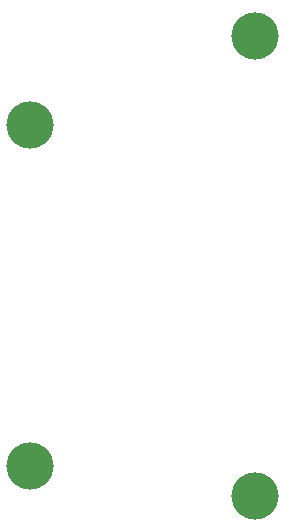
<source format=gbr>
G04*
G04 #@! TF.GenerationSoftware,Altium Limited,Altium Designer,24.9.1 (31)*
G04*
G04 Layer_Color=255*
%FSLAX44Y44*%
%MOMM*%
G71*
G04*
G04 #@! TF.SameCoordinates,E7EBA232-3E41-4796-8E0E-ADA696DDDB0D*
G04*
G04*
G04 #@! TF.FilePolarity,Positive*
G04*
G01*
G75*
%ADD13C,4.0000*%
D13*
X215000Y439000D02*
D03*
X25000Y364000D02*
D03*
Y75000D02*
D03*
X215000Y50000D02*
D03*
M02*

</source>
